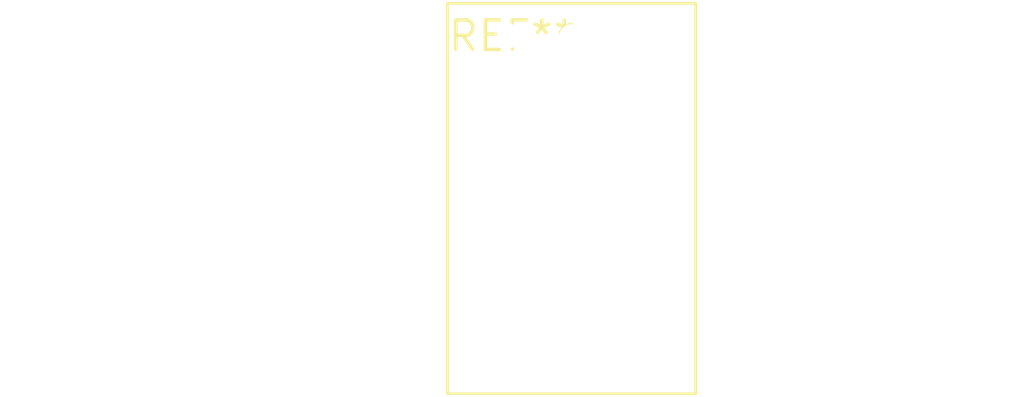
<source format=kicad_pcb>
(kicad_pcb (version 20240108) (generator pcbnew)
  (layers (0 "F.Cu" signal) (31 "B.Cu" signal) (34 "B.Paste" user) (35 "F.Paste" user) (36 "B.SilkS" user "B.Silkscreen") (37 "F.SilkS" user "F.Silkscreen") (38 "B.Mask" user) (39 "F.Mask" user) (44 "Edge.Cuts" user))
  (net 0 "")
  (footprint "Converter_DCDC_Murata_OKI-78SR_Horizontal" (layer "F.Cu") (at 0 0)
    (property "Reference" "REF**")
    (property "Value" "Converter_DCDC_Murata_OKI-78SR_Horizontal")
    (fp_line (start -2.78 -1.4) (end -2.78 15.36) (layer "F.SilkS") (stroke (width 0.12)))
    (fp_line (start -2.78 15.36) (end 7.88 15.36) (layer "F.SilkS") (stroke (width 0.12)))
    (fp_line (start 7.88 -1.4) (end -2.77 -1.4) (layer "F.SilkS") (stroke (width 0.12)))
    (fp_line (start 7.88 15.36) (end 7.88 -1.4) (layer "F.SilkS") (stroke (width 0.12)))
    (pad "1" thru_hole rect (at 0 0 180) (size 1.8 1.8) (drill 1) (layers *.Cu *.Mask) (remove_unused_layers))
    (pad "2" thru_hole circle (at 2.54 0 180) (size 1.8 1.8) (drill 1) (layers *.Cu *.Mask) (remove_unused_layers))
    (pad "3" thru_hole circle (at 5.08 0 180) (size 1.8 1.8) (drill 1) (layers *.Cu *.Mask) (remove_unused_layers))
  )
)
</source>
